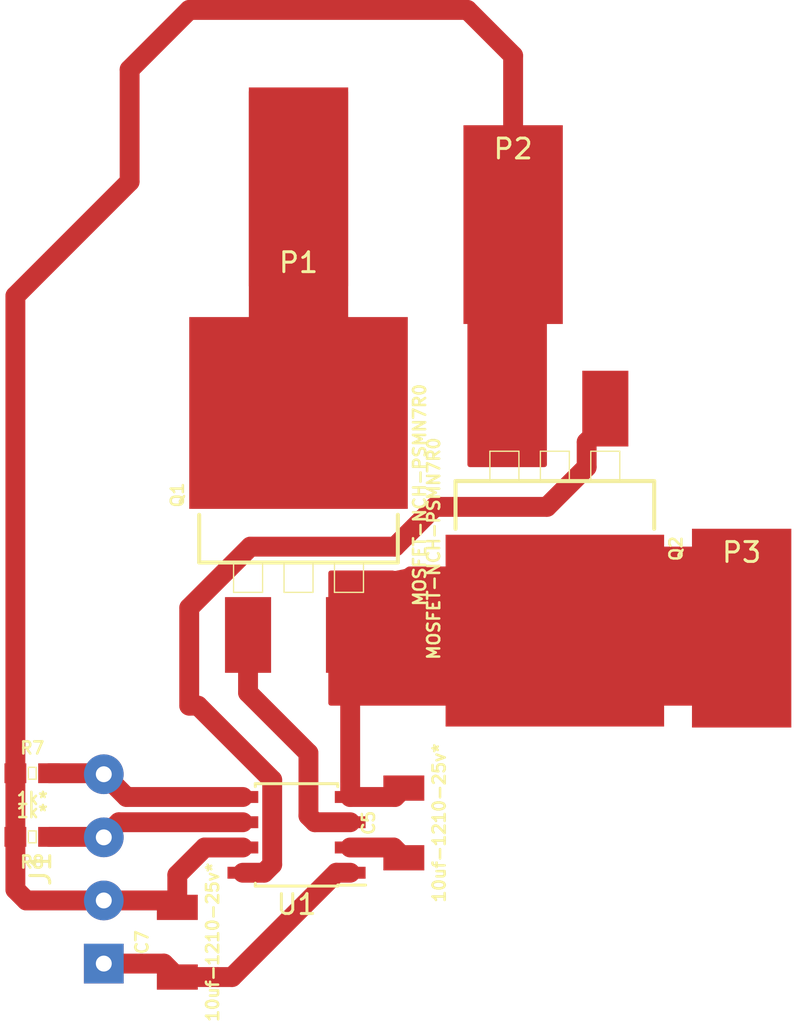
<source format=kicad_pcb>
(kicad_pcb (version 20171130) (host pcbnew 5.0.0)

  (general
    (thickness 1.6)
    (drawings 0)
    (tracks 55)
    (zones 0)
    (modules 11)
    (nets 10)
  )

  (page A4)
  (layers
    (0 F.Cu signal)
    (31 B.Cu signal)
    (32 B.Adhes user)
    (33 F.Adhes user)
    (34 B.Paste user)
    (35 F.Paste user)
    (36 B.SilkS user)
    (37 F.SilkS user)
    (38 B.Mask user)
    (39 F.Mask user)
    (40 Dwgs.User user)
    (41 Cmts.User user)
    (42 Eco1.User user)
    (43 Eco2.User user)
    (44 Edge.Cuts user)
    (45 Margin user)
    (46 B.CrtYd user)
    (47 F.CrtYd user)
    (48 B.Fab user)
    (49 F.Fab user)
  )

  (setup
    (last_trace_width 1)
    (user_trace_width 0.5)
    (user_trace_width 1)
    (user_trace_width 2)
    (user_trace_width 3)
    (user_trace_width 8)
    (user_trace_width 15)
    (user_trace_width 20)
    (trace_clearance 0.2)
    (zone_clearance 0.7)
    (zone_45_only no)
    (trace_min 0.2)
    (segment_width 0.2)
    (edge_width 0.15)
    (via_size 2)
    (via_drill 0.8)
    (via_min_size 0.4)
    (via_min_drill 0.3)
    (user_via 0.9 0.43)
    (user_via 1.5 0.5)
    (user_via 2 0.8)
    (user_via 2.3 1.24)
    (user_via 3 2.11)
    (user_via 4 3.11)
    (uvia_size 0.3)
    (uvia_drill 0.1)
    (uvias_allowed no)
    (uvia_min_size 0.2)
    (uvia_min_drill 0.1)
    (pcb_text_width 0.3)
    (pcb_text_size 1.5 1.5)
    (mod_edge_width 0.15)
    (mod_text_size 1 1)
    (mod_text_width 0.15)
    (pad_size 1.6 1.6)
    (pad_drill 0.8)
    (pad_to_mask_clearance 0.2)
    (aux_axis_origin 25.26 74.84)
    (grid_origin 109.26 126.84)
    (visible_elements FFFFFFFF)
    (pcbplotparams
      (layerselection 0x00000_7fffffff)
      (usegerberextensions false)
      (usegerberattributes false)
      (usegerberadvancedattributes false)
      (creategerberjobfile false)
      (excludeedgelayer true)
      (linewidth 0.100000)
      (plotframeref false)
      (viasonmask true)
      (mode 1)
      (useauxorigin true)
      (hpglpennumber 1)
      (hpglpenspeed 20)
      (hpglpendiameter 15.000000)
      (psnegative false)
      (psa4output false)
      (plotreference false)
      (plotvalue false)
      (plotinvisibletext false)
      (padsonsilk false)
      (subtractmaskfromsilk false)
      (outputformat 1)
      (mirror false)
      (drillshape 0)
      (scaleselection 1)
      (outputdirectory "CAM/"))
  )

  (net 0 "")
  (net 1 /Sheet5BA83292/PHASE_HI)
  (net 2 /Sheet5BA83292/PHASE_L)
  (net 3 GND)
  (net 4 +12V)
  (net 5 /PHASE_HIGH_IN_1)
  (net 6 /PHASE_LOW_IN_1)
  (net 7 +48V)
  (net 8 "Net-(C5-Pad1)")
  (net 9 /Sheet5BA83292/PHASE_OUT)

  (net_class Default "This is the default net class."
    (clearance 0.2)
    (trace_width 0.5)
    (via_dia 2)
    (via_drill 0.8)
    (uvia_dia 0.3)
    (uvia_drill 0.1)
    (add_net +12V)
    (add_net +48V)
    (add_net /PHASE_HIGH_IN_1)
    (add_net /PHASE_LOW_IN_1)
    (add_net /Sheet5BA83292/PHASE_HI)
    (add_net /Sheet5BA83292/PHASE_L)
    (add_net /Sheet5BA83292/PHASE_OUT)
    (add_net GND)
    (add_net "Net-(C5-Pad1)")
  )

  (module Connector_Wire:SolderWirePad_1x01_SMD_5x10mm (layer F.Cu) (tedit 5640A485) (tstamp 5C29AAD2)
    (at 63.06 53.94)
    (descr "Wire Pad, Square, SMD Pad,  5mm x 10mm,")
    (tags "MesurementPoint Square SMDPad 5mmx10mm ")
    (path /5C25B179)
    (attr smd virtual)
    (fp_text reference P3 (at 0 -3.81) (layer F.SilkS)
      (effects (font (size 1 1) (thickness 0.15)))
    )
    (fp_text value CONN_1 (at 0 6.35) (layer F.Fab)
      (effects (font (size 1 1) (thickness 0.15)))
    )
    (fp_text user %R (at 0 0) (layer F.Fab)
      (effects (font (size 1 1) (thickness 0.15)))
    )
    (fp_line (start 2.75 -5.25) (end -2.75 -5.25) (layer F.CrtYd) (width 0.05))
    (fp_line (start 2.75 5.25) (end 2.75 -5.25) (layer F.CrtYd) (width 0.05))
    (fp_line (start -2.75 5.25) (end 2.75 5.25) (layer F.CrtYd) (width 0.05))
    (fp_line (start -2.75 -5.25) (end -2.75 5.25) (layer F.CrtYd) (width 0.05))
    (pad 1 smd rect (at 0 0) (size 5 10) (layers F.Cu F.Paste F.Mask)
      (net 9 /Sheet5BA83292/PHASE_OUT))
  )

  (module Connector_Wire:SolderWirePad_1x04_P3.175mm_Drill0.8mm (layer F.Cu) (tedit 5AEE5FAE) (tstamp 5C29A0CA)
    (at 30.96 70.815 90)
    (descr "Wire solder connection")
    (tags connector)
    (path /5C25AD1D)
    (attr virtual)
    (fp_text reference J1 (at 4.7625 -3.175 90) (layer F.SilkS)
      (effects (font (size 1 1) (thickness 0.15)))
    )
    (fp_text value CONN_04SMD_LONG (at 4.7625 3.175 90) (layer F.Fab)
      (effects (font (size 1 1) (thickness 0.15)))
    )
    (fp_text user %R (at 4.7625 0 90) (layer F.Fab)
      (effects (font (size 1 1) (thickness 0.15)))
    )
    (fp_line (start -1.5 -1.5) (end 11.02 -1.5) (layer F.CrtYd) (width 0.05))
    (fp_line (start -1.5 -1.5) (end -1.5 1.5) (layer F.CrtYd) (width 0.05))
    (fp_line (start 11.02 1.5) (end 11.02 -1.5) (layer F.CrtYd) (width 0.05))
    (fp_line (start 11.02 1.5) (end -1.5 1.5) (layer F.CrtYd) (width 0.05))
    (pad 1 thru_hole rect (at 0 0 90) (size 1.99898 1.99898) (drill 0.8001) (layers *.Cu *.Mask)
      (net 4 +12V))
    (pad 2 thru_hole circle (at 3.175 0 90) (size 1.99898 1.99898) (drill 0.8001) (layers *.Cu *.Mask)
      (net 3 GND))
    (pad 3 thru_hole circle (at 6.35 0 90) (size 1.99898 1.99898) (drill 0.8001) (layers *.Cu *.Mask)
      (net 6 /PHASE_LOW_IN_1))
    (pad 4 thru_hole circle (at 9.525 0 90) (size 1.99898 1.99898) (drill 0.8001) (layers *.Cu *.Mask)
      (net 5 /PHASE_HIGH_IN_1))
  )

  (module Connector_Wire:SolderWirePad_1x01_SMD_5x10mm (layer F.Cu) (tedit 5640A485) (tstamp 5C2998C3)
    (at 51.56 33.64)
    (descr "Wire Pad, Square, SMD Pad,  5mm x 10mm,")
    (tags "MesurementPoint Square SMDPad 5mmx10mm ")
    (path /5C259B9A)
    (attr smd virtual)
    (fp_text reference P2 (at 0 -3.81) (layer F.SilkS)
      (effects (font (size 1 1) (thickness 0.15)))
    )
    (fp_text value CONN_1 (at 0 6.35) (layer F.Fab)
      (effects (font (size 1 1) (thickness 0.15)))
    )
    (fp_line (start -2.75 -5.25) (end -2.75 5.25) (layer F.CrtYd) (width 0.05))
    (fp_line (start -2.75 5.25) (end 2.75 5.25) (layer F.CrtYd) (width 0.05))
    (fp_line (start 2.75 5.25) (end 2.75 -5.25) (layer F.CrtYd) (width 0.05))
    (fp_line (start 2.75 -5.25) (end -2.75 -5.25) (layer F.CrtYd) (width 0.05))
    (fp_text user %R (at 0 0) (layer F.Fab)
      (effects (font (size 1 1) (thickness 0.15)))
    )
    (pad 1 smd rect (at 0 0) (size 5 10) (layers F.Cu F.Paste F.Mask)
      (net 3 GND))
  )

  (module Connector_Wire:SolderWirePad_1x01_SMD_5x10mm (layer F.Cu) (tedit 5640A485) (tstamp 5C2998B9)
    (at 40.76 31.74 180)
    (descr "Wire Pad, Square, SMD Pad,  5mm x 10mm,")
    (tags "MesurementPoint Square SMDPad 5mmx10mm ")
    (path /5C25A476)
    (attr smd virtual)
    (fp_text reference P1 (at 0 -3.81 180) (layer F.SilkS)
      (effects (font (size 1 1) (thickness 0.15)))
    )
    (fp_text value CONN_1 (at 0 6.35 180) (layer F.Fab)
      (effects (font (size 1 1) (thickness 0.15)))
    )
    (fp_text user %R (at 0 0 180) (layer F.Fab)
      (effects (font (size 1 1) (thickness 0.15)))
    )
    (fp_line (start 2.75 -5.25) (end -2.75 -5.25) (layer F.CrtYd) (width 0.05))
    (fp_line (start 2.75 5.25) (end 2.75 -5.25) (layer F.CrtYd) (width 0.05))
    (fp_line (start -2.75 5.25) (end 2.75 5.25) (layer F.CrtYd) (width 0.05))
    (fp_line (start -2.75 -5.25) (end -2.75 5.25) (layer F.CrtYd) (width 0.05))
    (pad 1 smd rect (at 0 0 180) (size 5 10) (layers F.Cu F.Paste F.Mask)
      (net 7 +48V))
  )

  (module 0603 (layer F.Cu) (tedit 596180EF) (tstamp 5C25CC68)
    (at 27.36 64.44 180)
    (descr "GENERIC 1608 (0603) PACKAGE")
    (tags "GENERIC 1608 (0603) PACKAGE")
    (path /5BA83293/5B71FA52)
    (attr smd)
    (fp_text reference R8 (at 0 -1.27 180) (layer F.SilkS)
      (effects (font (size 0.6096 0.6096) (thickness 0.127)))
    )
    (fp_text value 1k* (at 0 1.27 180) (layer F.SilkS)
      (effects (font (size 0.6096 0.6096) (thickness 0.127)))
    )
    (fp_line (start -0.3556 0.41656) (end 0.3556 0.41656) (layer Dwgs.User) (width 0.1016))
    (fp_line (start -0.3556 -0.4318) (end 0.3556 -0.4318) (layer Dwgs.User) (width 0.1016))
    (fp_line (start -1.59766 0.6985) (end -1.59766 -0.6985) (layer F.CrtYd) (width 0.0508))
    (fp_line (start 1.59766 0.6985) (end -1.59766 0.6985) (layer F.CrtYd) (width 0.0508))
    (fp_line (start 1.59766 -0.6985) (end 1.59766 0.6985) (layer F.CrtYd) (width 0.0508))
    (fp_line (start -1.59766 -0.6985) (end 1.59766 -0.6985) (layer F.CrtYd) (width 0.0508))
    (fp_line (start -0.19812 0.29972) (end -0.19812 -0.29972) (layer F.SilkS) (width 0.06604))
    (fp_line (start -0.19812 -0.29972) (end 0.19812 -0.29972) (layer F.SilkS) (width 0.06604))
    (fp_line (start 0.19812 0.29972) (end 0.19812 -0.29972) (layer F.SilkS) (width 0.06604))
    (fp_line (start -0.19812 0.29972) (end 0.19812 0.29972) (layer F.SilkS) (width 0.06604))
    (fp_line (start 0.3302 0.4699) (end 0.3302 -0.48006) (layer Dwgs.User) (width 0.06604))
    (fp_line (start 0.3302 -0.48006) (end 0.82804 -0.48006) (layer Dwgs.User) (width 0.06604))
    (fp_line (start 0.82804 0.4699) (end 0.82804 -0.48006) (layer Dwgs.User) (width 0.06604))
    (fp_line (start 0.3302 0.4699) (end 0.82804 0.4699) (layer Dwgs.User) (width 0.06604))
    (fp_line (start -0.8382 0.4699) (end -0.8382 -0.48006) (layer Dwgs.User) (width 0.06604))
    (fp_line (start -0.8382 -0.48006) (end -0.33782 -0.48006) (layer Dwgs.User) (width 0.06604))
    (fp_line (start -0.33782 0.4699) (end -0.33782 -0.48006) (layer Dwgs.User) (width 0.06604))
    (fp_line (start -0.8382 0.4699) (end -0.33782 0.4699) (layer Dwgs.User) (width 0.06604))
    (pad 2 smd rect (at 0.84836 0 180) (size 1.09982 0.99822) (layers F.Cu F.Paste F.Mask)
      (net 3 GND) (solder_mask_margin 0.1016))
    (pad 1 smd rect (at -0.84836 0 180) (size 1.09982 0.99822) (layers F.Cu F.Paste F.Mask)
      (net 6 /PHASE_LOW_IN_1) (solder_mask_margin 0.1016))
  )

  (module 0603 (layer F.Cu) (tedit 596180EF) (tstamp 5C25CC50)
    (at 27.36 61.24)
    (descr "GENERIC 1608 (0603) PACKAGE")
    (tags "GENERIC 1608 (0603) PACKAGE")
    (path /5BA83293/5B71FA51)
    (attr smd)
    (fp_text reference R7 (at 0 -1.27) (layer F.SilkS)
      (effects (font (size 0.6096 0.6096) (thickness 0.127)))
    )
    (fp_text value 1k* (at 0 1.27) (layer F.SilkS)
      (effects (font (size 0.6096 0.6096) (thickness 0.127)))
    )
    (fp_line (start -0.8382 0.4699) (end -0.33782 0.4699) (layer Dwgs.User) (width 0.06604))
    (fp_line (start -0.33782 0.4699) (end -0.33782 -0.48006) (layer Dwgs.User) (width 0.06604))
    (fp_line (start -0.8382 -0.48006) (end -0.33782 -0.48006) (layer Dwgs.User) (width 0.06604))
    (fp_line (start -0.8382 0.4699) (end -0.8382 -0.48006) (layer Dwgs.User) (width 0.06604))
    (fp_line (start 0.3302 0.4699) (end 0.82804 0.4699) (layer Dwgs.User) (width 0.06604))
    (fp_line (start 0.82804 0.4699) (end 0.82804 -0.48006) (layer Dwgs.User) (width 0.06604))
    (fp_line (start 0.3302 -0.48006) (end 0.82804 -0.48006) (layer Dwgs.User) (width 0.06604))
    (fp_line (start 0.3302 0.4699) (end 0.3302 -0.48006) (layer Dwgs.User) (width 0.06604))
    (fp_line (start -0.19812 0.29972) (end 0.19812 0.29972) (layer F.SilkS) (width 0.06604))
    (fp_line (start 0.19812 0.29972) (end 0.19812 -0.29972) (layer F.SilkS) (width 0.06604))
    (fp_line (start -0.19812 -0.29972) (end 0.19812 -0.29972) (layer F.SilkS) (width 0.06604))
    (fp_line (start -0.19812 0.29972) (end -0.19812 -0.29972) (layer F.SilkS) (width 0.06604))
    (fp_line (start -1.59766 -0.6985) (end 1.59766 -0.6985) (layer F.CrtYd) (width 0.0508))
    (fp_line (start 1.59766 -0.6985) (end 1.59766 0.6985) (layer F.CrtYd) (width 0.0508))
    (fp_line (start 1.59766 0.6985) (end -1.59766 0.6985) (layer F.CrtYd) (width 0.0508))
    (fp_line (start -1.59766 0.6985) (end -1.59766 -0.6985) (layer F.CrtYd) (width 0.0508))
    (fp_line (start -0.3556 -0.4318) (end 0.3556 -0.4318) (layer Dwgs.User) (width 0.1016))
    (fp_line (start -0.3556 0.41656) (end 0.3556 0.41656) (layer Dwgs.User) (width 0.1016))
    (pad 1 smd rect (at -0.84836 0) (size 1.09982 0.99822) (layers F.Cu F.Paste F.Mask)
      (net 3 GND) (solder_mask_margin 0.1016))
    (pad 2 smd rect (at 0.84836 0) (size 1.09982 0.99822) (layers F.Cu F.Paste F.Mask)
      (net 5 /PHASE_HIGH_IN_1) (solder_mask_margin 0.1016))
  )

  (module 1210 (layer F.Cu) (tedit 200000) (tstamp 5C25CBE4)
    (at 34.66 69.74 90)
    (descr "GENERIC 3225 (1210) PACKAGE")
    (tags "GENERIC 3225 (1210) PACKAGE")
    (path /5BA83293/5B71FA5C)
    (attr smd)
    (fp_text reference C7 (at 0 -1.778 90) (layer F.SilkS)
      (effects (font (size 0.6096 0.6096) (thickness 0.127)))
    )
    (fp_text value 10uf-1210-25v* (at 0 1.778 90) (layer F.SilkS)
      (effects (font (size 0.6096 0.6096) (thickness 0.127)))
    )
    (fp_line (start -1.53416 -1.18618) (end 1.53416 -1.18618) (layer Dwgs.User) (width 0.127))
    (fp_line (start 1.53416 -1.18618) (end 1.53416 1.18618) (layer Dwgs.User) (width 0.127))
    (fp_line (start 1.53416 1.18618) (end -1.53416 1.18618) (layer Dwgs.User) (width 0.127))
    (fp_line (start -1.53416 1.18618) (end -1.53416 -1.18618) (layer Dwgs.User) (width 0.127))
    (fp_line (start -2.58826 -1.4478) (end 2.58826 -1.4478) (layer F.CrtYd) (width 0.0508))
    (fp_line (start 2.58826 -1.4478) (end 2.58826 1.4478) (layer F.CrtYd) (width 0.0508))
    (fp_line (start 2.58826 1.4478) (end -2.58826 1.4478) (layer F.CrtYd) (width 0.0508))
    (fp_line (start -2.58826 1.4478) (end -2.58826 -1.4478) (layer F.CrtYd) (width 0.0508))
    (pad 1 smd rect (at -1.7526 0 90) (size 1.27 2.05994) (layers F.Cu F.Paste F.Mask)
      (net 4 +12V) (solder_mask_margin 0.1016))
    (pad 2 smd rect (at 1.7526 0 90) (size 1.27 2.05994) (layers F.Cu F.Paste F.Mask)
      (net 3 GND) (solder_mask_margin 0.1016))
  )

  (module 1210 (layer F.Cu) (tedit 200000) (tstamp 5C25CBD6)
    (at 46.06 63.74 90)
    (descr "GENERIC 3225 (1210) PACKAGE")
    (tags "GENERIC 3225 (1210) PACKAGE")
    (path /5BA83293/5B71FA59)
    (attr smd)
    (fp_text reference C5 (at 0 -1.778 90) (layer F.SilkS)
      (effects (font (size 0.6096 0.6096) (thickness 0.127)))
    )
    (fp_text value 10uf-1210-25v* (at 0 1.778 90) (layer F.SilkS)
      (effects (font (size 0.6096 0.6096) (thickness 0.127)))
    )
    (fp_line (start -2.58826 1.4478) (end -2.58826 -1.4478) (layer F.CrtYd) (width 0.0508))
    (fp_line (start 2.58826 1.4478) (end -2.58826 1.4478) (layer F.CrtYd) (width 0.0508))
    (fp_line (start 2.58826 -1.4478) (end 2.58826 1.4478) (layer F.CrtYd) (width 0.0508))
    (fp_line (start -2.58826 -1.4478) (end 2.58826 -1.4478) (layer F.CrtYd) (width 0.0508))
    (fp_line (start -1.53416 1.18618) (end -1.53416 -1.18618) (layer Dwgs.User) (width 0.127))
    (fp_line (start 1.53416 1.18618) (end -1.53416 1.18618) (layer Dwgs.User) (width 0.127))
    (fp_line (start 1.53416 -1.18618) (end 1.53416 1.18618) (layer Dwgs.User) (width 0.127))
    (fp_line (start -1.53416 -1.18618) (end 1.53416 -1.18618) (layer Dwgs.User) (width 0.127))
    (pad 2 smd rect (at 1.7526 0 90) (size 1.27 2.05994) (layers F.Cu F.Paste F.Mask)
      (net 9 /Sheet5BA83292/PHASE_OUT) (solder_mask_margin 0.1016))
    (pad 1 smd rect (at -1.7526 0 90) (size 1.27 2.05994) (layers F.Cu F.Paste F.Mask)
      (net 8 "Net-(C5-Pad1)") (solder_mask_margin 0.1016))
  )

  (module TO-263_D2PAK (layer F.Cu) (tedit 200000) (tstamp 5C25CBAC)
    (at 40.76 47.24)
    (path /5BA83293/5BA83F51)
    (attr smd)
    (fp_text reference Q1 (at -6.096 0 90) (layer F.SilkS)
      (effects (font (size 0.6096 0.6096) (thickness 0.127)))
    )
    (fp_text value MOSFET-NCH-PSMN7R0 (at 6.096 0 90) (layer F.SilkS)
      (effects (font (size 0.6096 0.6096) (thickness 0.127)))
    )
    (fp_line (start 4.99872 -6.2484) (end -4.99872 -6.2484) (layer Dwgs.User) (width 0.19812))
    (fp_line (start 4.99872 -6.9977) (end 4.99872 -6.2484) (layer Dwgs.User) (width 0.19812))
    (fp_line (start 0.99822 -7.64794) (end 4.99872 -6.9977) (layer Dwgs.User) (width 0.19812))
    (fp_line (start -0.99822 -7.64794) (end 0.99822 -7.64794) (layer Dwgs.User) (width 0.19812))
    (fp_line (start -4.99872 -6.9977) (end -0.99822 -7.64794) (layer Dwgs.User) (width 0.19812))
    (fp_line (start -4.99872 -6.2484) (end -4.99872 -6.9977) (layer Dwgs.User) (width 0.19812))
    (fp_line (start 3.26898 3.39852) (end 1.80848 3.39852) (layer Dwgs.User) (width 0.127))
    (fp_line (start 3.26898 7.59968) (end 3.26898 3.39852) (layer Dwgs.User) (width 0.127))
    (fp_line (start 1.80848 7.59968) (end 3.26898 7.59968) (layer Dwgs.User) (width 0.127))
    (fp_line (start 1.80848 3.39852) (end 1.80848 7.59968) (layer Dwgs.User) (width 0.127))
    (fp_line (start -3.26898 3.39852) (end -1.80848 3.39852) (layer Dwgs.User) (width 0.127))
    (fp_line (start -3.26898 7.59968) (end -3.26898 3.39852) (layer Dwgs.User) (width 0.127))
    (fp_line (start -1.80848 7.59968) (end -3.26898 7.59968) (layer Dwgs.User) (width 0.127))
    (fp_line (start -1.80848 3.39852) (end -1.80848 7.59968) (layer Dwgs.User) (width 0.127))
    (fp_line (start 4.99872 0.6477) (end 4.99872 -6.2484) (layer Dwgs.User) (width 0.127))
    (fp_line (start -4.99872 -6.2484) (end -4.99872 0.6477) (layer Dwgs.User) (width 0.127))
    (fp_line (start -4.99872 3.39852) (end -4.99872 0.99822) (layer F.SilkS) (width 0.2032))
    (fp_line (start 4.99872 3.39852) (end -4.99872 3.39852) (layer F.SilkS) (width 0.2032))
    (fp_line (start 4.99872 0.99822) (end 4.99872 3.39852) (layer F.SilkS) (width 0.2032))
    (fp_line (start 1.80848 4.89966) (end 1.80848 3.39852) (layer F.SilkS) (width 0.06604))
    (fp_line (start 1.80848 3.39852) (end 3.26898 3.39852) (layer F.SilkS) (width 0.06604))
    (fp_line (start 3.26898 4.89966) (end 3.26898 3.39852) (layer F.SilkS) (width 0.06604))
    (fp_line (start 1.80848 4.89966) (end 3.26898 4.89966) (layer F.SilkS) (width 0.06604))
    (fp_line (start -3.26898 4.89966) (end -3.26898 3.39852) (layer F.SilkS) (width 0.06604))
    (fp_line (start -3.26898 3.39852) (end -1.80848 3.39852) (layer F.SilkS) (width 0.06604))
    (fp_line (start -1.80848 4.89966) (end -1.80848 3.39852) (layer F.SilkS) (width 0.06604))
    (fp_line (start -3.26898 4.89966) (end -1.80848 4.89966) (layer F.SilkS) (width 0.06604))
    (fp_line (start 1.80848 7.59968) (end 1.80848 3.39852) (layer Dwgs.User) (width 0.06604))
    (fp_line (start 1.80848 3.39852) (end 3.26898 3.39852) (layer Dwgs.User) (width 0.06604))
    (fp_line (start 3.26898 7.59968) (end 3.26898 3.39852) (layer Dwgs.User) (width 0.06604))
    (fp_line (start 1.80848 7.59968) (end 3.26898 7.59968) (layer Dwgs.User) (width 0.06604))
    (fp_line (start -0.72898 4.89966) (end -0.72898 3.39852) (layer F.SilkS) (width 0.06604))
    (fp_line (start -0.72898 3.39852) (end 0.72898 3.39852) (layer F.SilkS) (width 0.06604))
    (fp_line (start 0.72898 4.89966) (end 0.72898 3.39852) (layer F.SilkS) (width 0.06604))
    (fp_line (start -0.72898 4.89966) (end 0.72898 4.89966) (layer F.SilkS) (width 0.06604))
    (fp_line (start -3.26898 7.59968) (end -3.26898 3.39852) (layer Dwgs.User) (width 0.06604))
    (fp_line (start -3.26898 3.39852) (end -1.80848 3.39852) (layer Dwgs.User) (width 0.06604))
    (fp_line (start -1.80848 7.59968) (end -1.80848 3.39852) (layer Dwgs.User) (width 0.06604))
    (fp_line (start -3.26898 7.59968) (end -1.80848 7.59968) (layer Dwgs.User) (width 0.06604))
    (pad 3 smd rect (at 2.54 7.04342) (size 2.31902 3.81) (layers F.Cu F.Paste F.Mask)
      (net 9 /Sheet5BA83292/PHASE_OUT) (solder_mask_margin 0.1016))
    (pad 2 smd rect (at 0 -4.12496) (size 10.9982 9.64946) (layers F.Cu F.Paste F.Mask)
      (net 7 +48V) (solder_mask_margin 0.1016))
    (pad 1 smd rect (at -2.54 7.04342) (size 2.31902 3.81) (layers F.Cu F.Paste F.Mask)
      (net 1 /Sheet5BA83292/PHASE_HI) (solder_mask_margin 0.1016))
  )

  (module TO-263_D2PAK (layer F.Cu) (tedit 200000) (tstamp 5C25CB7E)
    (at 53.66 49.94 180)
    (path /5BA83293/5BA84288)
    (attr smd)
    (fp_text reference Q2 (at -6.096 0 270) (layer F.SilkS)
      (effects (font (size 0.6096 0.6096) (thickness 0.127)))
    )
    (fp_text value MOSFET-NCH-PSMN7R0 (at 6.096 0 270) (layer F.SilkS)
      (effects (font (size 0.6096 0.6096) (thickness 0.127)))
    )
    (fp_line (start -3.26898 7.59968) (end -1.80848 7.59968) (layer Dwgs.User) (width 0.06604))
    (fp_line (start -1.80848 7.59968) (end -1.80848 3.39852) (layer Dwgs.User) (width 0.06604))
    (fp_line (start -3.26898 3.39852) (end -1.80848 3.39852) (layer Dwgs.User) (width 0.06604))
    (fp_line (start -3.26898 7.59968) (end -3.26898 3.39852) (layer Dwgs.User) (width 0.06604))
    (fp_line (start -0.72898 4.89966) (end 0.72898 4.89966) (layer F.SilkS) (width 0.06604))
    (fp_line (start 0.72898 4.89966) (end 0.72898 3.39852) (layer F.SilkS) (width 0.06604))
    (fp_line (start -0.72898 3.39852) (end 0.72898 3.39852) (layer F.SilkS) (width 0.06604))
    (fp_line (start -0.72898 4.89966) (end -0.72898 3.39852) (layer F.SilkS) (width 0.06604))
    (fp_line (start 1.80848 7.59968) (end 3.26898 7.59968) (layer Dwgs.User) (width 0.06604))
    (fp_line (start 3.26898 7.59968) (end 3.26898 3.39852) (layer Dwgs.User) (width 0.06604))
    (fp_line (start 1.80848 3.39852) (end 3.26898 3.39852) (layer Dwgs.User) (width 0.06604))
    (fp_line (start 1.80848 7.59968) (end 1.80848 3.39852) (layer Dwgs.User) (width 0.06604))
    (fp_line (start -3.26898 4.89966) (end -1.80848 4.89966) (layer F.SilkS) (width 0.06604))
    (fp_line (start -1.80848 4.89966) (end -1.80848 3.39852) (layer F.SilkS) (width 0.06604))
    (fp_line (start -3.26898 3.39852) (end -1.80848 3.39852) (layer F.SilkS) (width 0.06604))
    (fp_line (start -3.26898 4.89966) (end -3.26898 3.39852) (layer F.SilkS) (width 0.06604))
    (fp_line (start 1.80848 4.89966) (end 3.26898 4.89966) (layer F.SilkS) (width 0.06604))
    (fp_line (start 3.26898 4.89966) (end 3.26898 3.39852) (layer F.SilkS) (width 0.06604))
    (fp_line (start 1.80848 3.39852) (end 3.26898 3.39852) (layer F.SilkS) (width 0.06604))
    (fp_line (start 1.80848 4.89966) (end 1.80848 3.39852) (layer F.SilkS) (width 0.06604))
    (fp_line (start 4.99872 0.99822) (end 4.99872 3.39852) (layer F.SilkS) (width 0.2032))
    (fp_line (start 4.99872 3.39852) (end -4.99872 3.39852) (layer F.SilkS) (width 0.2032))
    (fp_line (start -4.99872 3.39852) (end -4.99872 0.99822) (layer F.SilkS) (width 0.2032))
    (fp_line (start -4.99872 -6.2484) (end -4.99872 0.6477) (layer Dwgs.User) (width 0.127))
    (fp_line (start 4.99872 0.6477) (end 4.99872 -6.2484) (layer Dwgs.User) (width 0.127))
    (fp_line (start -1.80848 3.39852) (end -1.80848 7.59968) (layer Dwgs.User) (width 0.127))
    (fp_line (start -1.80848 7.59968) (end -3.26898 7.59968) (layer Dwgs.User) (width 0.127))
    (fp_line (start -3.26898 7.59968) (end -3.26898 3.39852) (layer Dwgs.User) (width 0.127))
    (fp_line (start -3.26898 3.39852) (end -1.80848 3.39852) (layer Dwgs.User) (width 0.127))
    (fp_line (start 1.80848 3.39852) (end 1.80848 7.59968) (layer Dwgs.User) (width 0.127))
    (fp_line (start 1.80848 7.59968) (end 3.26898 7.59968) (layer Dwgs.User) (width 0.127))
    (fp_line (start 3.26898 7.59968) (end 3.26898 3.39852) (layer Dwgs.User) (width 0.127))
    (fp_line (start 3.26898 3.39852) (end 1.80848 3.39852) (layer Dwgs.User) (width 0.127))
    (fp_line (start -4.99872 -6.2484) (end -4.99872 -6.9977) (layer Dwgs.User) (width 0.19812))
    (fp_line (start -4.99872 -6.9977) (end -0.99822 -7.64794) (layer Dwgs.User) (width 0.19812))
    (fp_line (start -0.99822 -7.64794) (end 0.99822 -7.64794) (layer Dwgs.User) (width 0.19812))
    (fp_line (start 0.99822 -7.64794) (end 4.99872 -6.9977) (layer Dwgs.User) (width 0.19812))
    (fp_line (start 4.99872 -6.9977) (end 4.99872 -6.2484) (layer Dwgs.User) (width 0.19812))
    (fp_line (start 4.99872 -6.2484) (end -4.99872 -6.2484) (layer Dwgs.User) (width 0.19812))
    (pad 1 smd rect (at -2.54 7.04342 180) (size 2.31902 3.81) (layers F.Cu F.Paste F.Mask)
      (net 2 /Sheet5BA83292/PHASE_L) (solder_mask_margin 0.1016))
    (pad 2 smd rect (at 0 -4.12496 180) (size 10.9982 9.64946) (layers F.Cu F.Paste F.Mask)
      (net 9 /Sheet5BA83292/PHASE_OUT) (solder_mask_margin 0.1016))
    (pad 3 smd rect (at 2.54 7.04342 180) (size 2.31902 3.81) (layers F.Cu F.Paste F.Mask)
      (net 3 GND) (solder_mask_margin 0.1016))
  )

  (module Package_SO:SOIC-8_3.9x4.9mm_P1.27mm (layer F.Cu) (tedit 5A02F2D3) (tstamp 5C25C95A)
    (at 40.66 64.34 180)
    (descr "8-Lead Plastic Small Outline (SN) - Narrow, 3.90 mm Body [SOIC] (see Microchip Packaging Specification 00000049BS.pdf)")
    (tags "SOIC 1.27")
    (path /5BA83293/5B71FA58)
    (attr smd)
    (fp_text reference U1 (at 0 -3.5 180) (layer F.SilkS)
      (effects (font (size 1 1) (thickness 0.15)))
    )
    (fp_text value MIC4604* (at 0 3.5 180) (layer F.Fab)
      (effects (font (size 1 1) (thickness 0.15)))
    )
    (fp_line (start -2.075 -2.525) (end -3.475 -2.525) (layer F.SilkS) (width 0.15))
    (fp_line (start -2.075 2.575) (end 2.075 2.575) (layer F.SilkS) (width 0.15))
    (fp_line (start -2.075 -2.575) (end 2.075 -2.575) (layer F.SilkS) (width 0.15))
    (fp_line (start -2.075 2.575) (end -2.075 2.43) (layer F.SilkS) (width 0.15))
    (fp_line (start 2.075 2.575) (end 2.075 2.43) (layer F.SilkS) (width 0.15))
    (fp_line (start 2.075 -2.575) (end 2.075 -2.43) (layer F.SilkS) (width 0.15))
    (fp_line (start -2.075 -2.575) (end -2.075 -2.525) (layer F.SilkS) (width 0.15))
    (fp_line (start -3.73 2.7) (end 3.73 2.7) (layer F.CrtYd) (width 0.05))
    (fp_line (start -3.73 -2.7) (end 3.73 -2.7) (layer F.CrtYd) (width 0.05))
    (fp_line (start 3.73 -2.7) (end 3.73 2.7) (layer F.CrtYd) (width 0.05))
    (fp_line (start -3.73 -2.7) (end -3.73 2.7) (layer F.CrtYd) (width 0.05))
    (fp_line (start -1.95 -1.45) (end -0.95 -2.45) (layer F.Fab) (width 0.1))
    (fp_line (start -1.95 2.45) (end -1.95 -1.45) (layer F.Fab) (width 0.1))
    (fp_line (start 1.95 2.45) (end -1.95 2.45) (layer F.Fab) (width 0.1))
    (fp_line (start 1.95 -2.45) (end 1.95 2.45) (layer F.Fab) (width 0.1))
    (fp_line (start -0.95 -2.45) (end 1.95 -2.45) (layer F.Fab) (width 0.1))
    (fp_text user %R (at 0 0 180) (layer F.Fab)
      (effects (font (size 1 1) (thickness 0.15)))
    )
    (pad 8 smd rect (at 2.7 -1.905 180) (size 1.55 0.6) (layers F.Cu F.Paste F.Mask)
      (net 2 /Sheet5BA83292/PHASE_L))
    (pad 7 smd rect (at 2.7 -0.635 180) (size 1.55 0.6) (layers F.Cu F.Paste F.Mask)
      (net 3 GND))
    (pad 6 smd rect (at 2.7 0.635 180) (size 1.55 0.6) (layers F.Cu F.Paste F.Mask)
      (net 6 /PHASE_LOW_IN_1))
    (pad 5 smd rect (at 2.7 1.905 180) (size 1.55 0.6) (layers F.Cu F.Paste F.Mask)
      (net 5 /PHASE_HIGH_IN_1))
    (pad 4 smd rect (at -2.7 1.905 180) (size 1.55 0.6) (layers F.Cu F.Paste F.Mask)
      (net 9 /Sheet5BA83292/PHASE_OUT))
    (pad 3 smd rect (at -2.7 0.635 180) (size 1.55 0.6) (layers F.Cu F.Paste F.Mask)
      (net 1 /Sheet5BA83292/PHASE_HI))
    (pad 2 smd rect (at -2.7 -0.635 180) (size 1.55 0.6) (layers F.Cu F.Paste F.Mask)
      (net 8 "Net-(C5-Pad1)"))
    (pad 1 smd rect (at -2.7 -1.905 180) (size 1.55 0.6) (layers F.Cu F.Paste F.Mask)
      (net 4 +12V))
    (model ${KISYS3DMOD}/Package_SO.3dshapes/SOIC-8_3.9x4.9mm_P1.27mm.wrl
      (at (xyz 0 0 0))
      (scale (xyz 1 1 1))
      (rotate (xyz 0 0 0))
    )
  )

  (segment (start 38.22 57.18842) (end 41.26 60.22842) (width 1) (layer F.Cu) (net 1))
  (segment (start 38.22 54.28342) (end 38.22 57.18842) (width 1) (layer F.Cu) (net 1))
  (segment (start 41.585 63.705) (end 43.36 63.705) (width 1) (layer F.Cu) (net 1))
  (segment (start 41.26 63.38) (end 41.585 63.705) (width 1) (layer F.Cu) (net 1))
  (segment (start 41.26 60.22842) (end 41.26 63.38) (width 1) (layer F.Cu) (net 1))
  (segment (start 56.2 43.64207) (end 55.26 44.58207) (width 1) (layer F.Cu) (net 2))
  (segment (start 56.2 42.89658) (end 56.2 43.64207) (width 1) (layer F.Cu) (net 2))
  (segment (start 55.26 44.58207) (end 55.26 45.84) (width 1) (layer F.Cu) (net 2))
  (segment (start 55.26 45.84) (end 53.26 47.84) (width 1) (layer F.Cu) (net 2))
  (segment (start 47.618872 47.84) (end 45.618872 49.84) (width 1) (layer F.Cu) (net 2))
  (segment (start 53.26 47.84) (end 47.618872 47.84) (width 1) (layer F.Cu) (net 2))
  (segment (start 38.338908 49.84) (end 35.26 52.918908) (width 1) (layer F.Cu) (net 2))
  (segment (start 45.618872 49.84) (end 38.338908 49.84) (width 1) (layer F.Cu) (net 2))
  (segment (start 35.26 52.918908) (end 35.26 57.84) (width 1) (layer F.Cu) (net 2))
  (segment (start 35.700002 57.84) (end 35.26 57.84) (width 1) (layer F.Cu) (net 2))
  (segment (start 39.435001 61.574999) (end 35.700002 57.84) (width 1) (layer F.Cu) (net 2))
  (segment (start 39.435001 65.835001) (end 39.435001 61.574999) (width 1) (layer F.Cu) (net 2))
  (segment (start 39.025002 66.245) (end 39.435001 65.835001) (width 1) (layer F.Cu) (net 2))
  (segment (start 37.96 66.245) (end 39.025002 66.245) (width 1) (layer F.Cu) (net 2))
  (segment (start 34.3126 67.64) (end 34.66 67.9874) (width 1) (layer F.Cu) (net 3))
  (segment (start 30.96 67.64) (end 34.3126 67.64) (width 1) (layer F.Cu) (net 3))
  (segment (start 34.66 66.3524) (end 34.66 67.9874) (width 1) (layer F.Cu) (net 3))
  (segment (start 36.0374 64.975) (end 34.66 66.3524) (width 1) (layer F.Cu) (net 3))
  (segment (start 37.96 64.975) (end 36.0374 64.975) (width 1) (layer F.Cu) (net 3))
  (segment (start 26.51164 64.44) (end 26.51164 61.24) (width 1) (layer F.Cu) (net 3))
  (segment (start 30.96 67.64) (end 27.06 67.64) (width 1) (layer F.Cu) (net 3))
  (segment (start 26.51164 67.09164) (end 26.51164 64.44) (width 1) (layer F.Cu) (net 3))
  (segment (start 27.06 67.64) (end 26.51164 67.09164) (width 1) (layer F.Cu) (net 3))
  (segment (start 49.26 22.84) (end 51.56 25.14) (width 1) (layer F.Cu) (net 3))
  (segment (start 26.51164 61.24) (end 26.51164 37.228358) (width 1) (layer F.Cu) (net 3))
  (segment (start 51.56 25.14) (end 51.56 33.64) (width 1) (layer F.Cu) (net 3))
  (segment (start 35.26 22.84) (end 49.26 22.84) (width 1) (layer F.Cu) (net 3))
  (segment (start 32.26 25.84) (end 35.26 22.84) (width 1) (layer F.Cu) (net 3))
  (segment (start 26.51164 37.228358) (end 32.26 31.479998) (width 1) (layer F.Cu) (net 3))
  (segment (start 32.26 31.479998) (end 32.26 25.84) (width 1) (layer F.Cu) (net 3))
  (segment (start 33.9824 70.815) (end 34.66 71.4926) (width 1) (layer F.Cu) (net 4))
  (segment (start 30.96 70.815) (end 33.9824 70.815) (width 1) (layer F.Cu) (net 4))
  (segment (start 36.68997 71.4926) (end 34.66 71.4926) (width 1) (layer F.Cu) (net 4))
  (segment (start 37.4174 71.4926) (end 36.68997 71.4926) (width 1) (layer F.Cu) (net 4))
  (segment (start 42.665 66.245) (end 37.4174 71.4926) (width 1) (layer F.Cu) (net 4))
  (segment (start 43.36 66.245) (end 42.665 66.245) (width 1) (layer F.Cu) (net 4))
  (segment (start 30.91 61.24) (end 30.96 61.29) (width 1) (layer F.Cu) (net 5))
  (segment (start 28.20836 61.24) (end 30.91 61.24) (width 1) (layer F.Cu) (net 5))
  (segment (start 32.105 62.435) (end 30.96 61.29) (width 1) (layer F.Cu) (net 5))
  (segment (start 37.96 62.435) (end 32.105 62.435) (width 1) (layer F.Cu) (net 5))
  (segment (start 30.935 64.44) (end 30.96 64.465) (width 1) (layer F.Cu) (net 6))
  (segment (start 28.20836 64.44) (end 30.935 64.44) (width 1) (layer F.Cu) (net 6))
  (segment (start 31.72 63.705) (end 37.96 63.705) (width 1) (layer F.Cu) (net 6))
  (segment (start 30.96 64.465) (end 31.72 63.705) (width 1) (layer F.Cu) (net 6))
  (segment (start 43.36 54.34342) (end 43.3 54.28342) (width 1) (layer F.Cu) (net 9))
  (segment (start 43.36 62.435) (end 43.36 54.34342) (width 1) (layer F.Cu) (net 9))
  (segment (start 45.6124 62.435) (end 46.06 61.9874) (width 1) (layer F.Cu) (net 9))
  (segment (start 43.36 62.435) (end 45.6124 62.435) (width 1) (layer F.Cu) (net 9))
  (segment (start 45.5424 64.975) (end 46.06 65.4926) (width 1) (layer F.Cu) (net 8))
  (segment (start 43.36 64.975) (end 45.5424 64.975) (width 1) (layer F.Cu) (net 8))

  (zone (net 3) (net_name GND) (layer F.Cu) (tstamp 5C29ACA6) (hatch edge 0.508)
    (connect_pads yes (clearance 0.7))
    (min_thickness 0.254)
    (fill yes (arc_segments 16) (thermal_gap 0.508) (thermal_bridge_width 0.508))
    (polygon
      (pts
        (xy 49.26 28.84) (xy 49.26 45.84) (xy 53.26 45.84) (xy 53.26 28.84)
      )
    )
    (filled_polygon
      (pts
        (xy 53.133 45.713) (xy 49.387 45.713) (xy 49.387 28.967) (xy 53.133 28.967)
      )
    )
  )
  (zone (net 9) (net_name /Sheet5BA83292/PHASE_OUT) (layer F.Cu) (tstamp 5C29ACA3) (hatch edge 0.508)
    (connect_pads yes (clearance 0.7))
    (min_thickness 0.254)
    (fill yes (arc_segments 16) (thermal_gap 0.508) (thermal_bridge_width 0.508))
    (polygon
      (pts
        (xy 63.26 49.84) (xy 52.26 49.84) (xy 52.26 57.84) (xy 63.26 57.84)
      )
    )
    (filled_polygon
      (pts
        (xy 63.133 57.713) (xy 52.387 57.713) (xy 52.387 49.967) (xy 63.133 49.967)
      )
    )
  )
  (zone (net 7) (net_name +48V) (layer F.Cu) (tstamp 5C29ACA0) (hatch edge 0.508)
    (connect_pads yes (clearance 0.7))
    (min_thickness 0.254)
    (fill yes (arc_segments 16) (thermal_gap 0.508) (thermal_bridge_width 0.508))
    (polygon
      (pts
        (xy 38.26 41.84) (xy 43.26 41.84) (xy 43.26 26.84) (xy 38.26 26.84)
      )
    )
    (filled_polygon
      (pts
        (xy 43.133 41.713) (xy 38.387 41.713) (xy 38.387 26.967) (xy 43.133 26.967)
      )
    )
  )
  (zone (net 9) (net_name /Sheet5BA83292/PHASE_OUT) (layer F.Cu) (tstamp 5C29AC9D) (hatch edge 0.508)
    (connect_pads yes (clearance 0.7))
    (min_thickness 0.254)
    (fill yes (arc_segments 16) (thermal_gap 0.508) (thermal_bridge_width 0.508))
    (polygon
      (pts
        (xy 42.26 50.84) (xy 42.26 57.84) (xy 54.26 57.84) (xy 54.26 50.84)
      )
    )
    (filled_polygon
      (pts
        (xy 54.133 57.713) (xy 42.387 57.713) (xy 42.387 51.167) (xy 45.48818 51.167) (xy 45.618872 51.192996)
        (xy 45.749564 51.167) (xy 45.749568 51.167) (xy 46.136642 51.090006) (xy 46.320733 50.967) (xy 54.133 50.967)
      )
    )
  )
)

</source>
